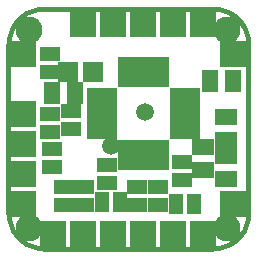
<source format=gts>
G04 (created by PCBNEW-RS274X (2012-jan-04)-stable) date Mon 02 Apr 2012 09:15:32 PM CEST*
G01*
G70*
G90*
%MOIN*%
G04 Gerber Fmt 3.4, Leading zero omitted, Abs format*
%FSLAX34Y34*%
G04 APERTURE LIST*
%ADD10C,0.006000*%
%ADD11C,0.015000*%
%ADD12R,0.031800X0.098700*%
%ADD13R,0.098700X0.031800*%
%ADD14R,0.075000X0.055000*%
%ADD15R,0.055000X0.075000*%
%ADD16R,0.065000X0.045000*%
%ADD17R,0.045000X0.065000*%
%ADD18R,0.067200X0.067200*%
%ADD19R,0.090000X0.090000*%
%ADD20R,0.090000X0.087000*%
%ADD21C,0.090000*%
%ADD22C,0.059400*%
G04 APERTURE END LIST*
G54D10*
G54D11*
X27390Y-33527D02*
X27390Y-39127D01*
X34190Y-32327D02*
X28590Y-32327D01*
X35390Y-39127D02*
X35390Y-33527D01*
X28590Y-40327D02*
X34190Y-40327D01*
X27390Y-39127D02*
X27395Y-39231D01*
X27409Y-39335D01*
X27431Y-39437D01*
X27463Y-39537D01*
X27503Y-39634D01*
X27551Y-39726D01*
X27608Y-39815D01*
X27671Y-39898D01*
X27742Y-39975D01*
X27819Y-40046D01*
X27902Y-40109D01*
X27991Y-40166D01*
X28083Y-40214D01*
X28180Y-40254D01*
X28280Y-40286D01*
X28382Y-40308D01*
X28486Y-40322D01*
X28590Y-40327D01*
X28590Y-32327D02*
X28486Y-32332D01*
X28382Y-32346D01*
X28280Y-32368D01*
X28180Y-32400D01*
X28083Y-32440D01*
X27991Y-32488D01*
X27902Y-32545D01*
X27819Y-32608D01*
X27742Y-32679D01*
X27671Y-32756D01*
X27608Y-32839D01*
X27551Y-32928D01*
X27503Y-33020D01*
X27463Y-33117D01*
X27431Y-33217D01*
X27409Y-33319D01*
X27395Y-33423D01*
X27390Y-33527D01*
X35390Y-33527D02*
X35385Y-33423D01*
X35371Y-33319D01*
X35349Y-33217D01*
X35317Y-33117D01*
X35277Y-33020D01*
X35229Y-32928D01*
X35172Y-32839D01*
X35109Y-32756D01*
X35038Y-32679D01*
X34961Y-32608D01*
X34878Y-32545D01*
X34790Y-32488D01*
X34697Y-32440D01*
X34600Y-32400D01*
X34500Y-32368D01*
X34398Y-32346D01*
X34294Y-32332D01*
X34190Y-32327D01*
X34190Y-40327D02*
X34294Y-40322D01*
X34398Y-40308D01*
X34500Y-40286D01*
X34600Y-40254D01*
X34697Y-40214D01*
X34790Y-40166D01*
X34878Y-40109D01*
X34961Y-40046D01*
X35038Y-39975D01*
X35109Y-39898D01*
X35172Y-39815D01*
X35229Y-39726D01*
X35277Y-39634D01*
X35317Y-39537D01*
X35349Y-39437D01*
X35371Y-39335D01*
X35385Y-39231D01*
X35390Y-39127D01*
G54D12*
X31202Y-37203D03*
X31399Y-37203D03*
X31596Y-37203D03*
X31793Y-37203D03*
X31989Y-37203D03*
X32186Y-37203D03*
X32383Y-37203D03*
X32580Y-37203D03*
G54D13*
X33268Y-36515D03*
X33268Y-36318D03*
X33268Y-36121D03*
X33268Y-35924D03*
X33268Y-35728D03*
X33268Y-35531D03*
X33268Y-35334D03*
X33268Y-35137D03*
G54D10*
G36*
X32420Y-33955D02*
X32738Y-33955D01*
X32738Y-34941D01*
X32420Y-34941D01*
X32420Y-33955D01*
X32420Y-33955D01*
G37*
G36*
X32223Y-33955D02*
X32541Y-33955D01*
X32541Y-34941D01*
X32223Y-34941D01*
X32223Y-33955D01*
X32223Y-33955D01*
G37*
G36*
X32026Y-33955D02*
X32344Y-33955D01*
X32344Y-34941D01*
X32026Y-34941D01*
X32026Y-33955D01*
X32026Y-33955D01*
G37*
G36*
X31829Y-33955D02*
X32147Y-33955D01*
X32147Y-34941D01*
X31829Y-34941D01*
X31829Y-33955D01*
X31829Y-33955D01*
G37*
G36*
X31633Y-33955D02*
X31951Y-33955D01*
X31951Y-34941D01*
X31633Y-34941D01*
X31633Y-33955D01*
X31633Y-33955D01*
G37*
G36*
X31436Y-33955D02*
X31754Y-33955D01*
X31754Y-34941D01*
X31436Y-34941D01*
X31436Y-33955D01*
X31436Y-33955D01*
G37*
G36*
X31239Y-33955D02*
X31557Y-33955D01*
X31557Y-34941D01*
X31239Y-34941D01*
X31239Y-33955D01*
X31239Y-33955D01*
G37*
G36*
X31042Y-33955D02*
X31360Y-33955D01*
X31360Y-34941D01*
X31042Y-34941D01*
X31042Y-33955D01*
X31042Y-33955D01*
G37*
G54D13*
X30512Y-35137D03*
X30512Y-35334D03*
X30512Y-35531D03*
X30512Y-35728D03*
X30512Y-35924D03*
X30512Y-36121D03*
X30512Y-36318D03*
X30512Y-36515D03*
G54D14*
X34640Y-37252D03*
X34640Y-38002D03*
G54D15*
X34865Y-34727D03*
X34115Y-34727D03*
G54D14*
X34640Y-35952D03*
X34640Y-36702D03*
G54D15*
X29608Y-35138D03*
X28858Y-35138D03*
G54D14*
X33890Y-36952D03*
X33890Y-37702D03*
G54D16*
X28790Y-35827D03*
X28790Y-36427D03*
X28839Y-37003D03*
X28839Y-37603D03*
X28790Y-33827D03*
X28790Y-34427D03*
X29921Y-38283D03*
X29921Y-38883D03*
X29233Y-38283D03*
X29233Y-38883D03*
X32382Y-38283D03*
X32382Y-38883D03*
G54D17*
X32990Y-38827D03*
X33590Y-38827D03*
X31107Y-38780D03*
X30507Y-38780D03*
G54D16*
X31693Y-38283D03*
X31693Y-38883D03*
G54D18*
X30203Y-34427D03*
X29377Y-34427D03*
G54D19*
X30890Y-39827D03*
X33890Y-39827D03*
X32890Y-39827D03*
X28890Y-39827D03*
X29890Y-39827D03*
X31890Y-39827D03*
X31890Y-32827D03*
X32890Y-32827D03*
X27890Y-37827D03*
X27890Y-36827D03*
X27890Y-35827D03*
G54D20*
X30890Y-32827D03*
G54D19*
X29890Y-32827D03*
X33890Y-32827D03*
X27890Y-33827D03*
G54D21*
X34690Y-33027D03*
G54D19*
X27890Y-38827D03*
G54D21*
X34690Y-39627D03*
G54D16*
X29490Y-36327D03*
X29490Y-35727D03*
X30690Y-37527D03*
X30690Y-38127D03*
X33190Y-37427D03*
X33190Y-38027D03*
G54D21*
X28090Y-33027D03*
X28090Y-39627D03*
G54D19*
X34890Y-33827D03*
X34890Y-38827D03*
G54D22*
X31959Y-35758D03*
X30821Y-36896D03*
M02*

</source>
